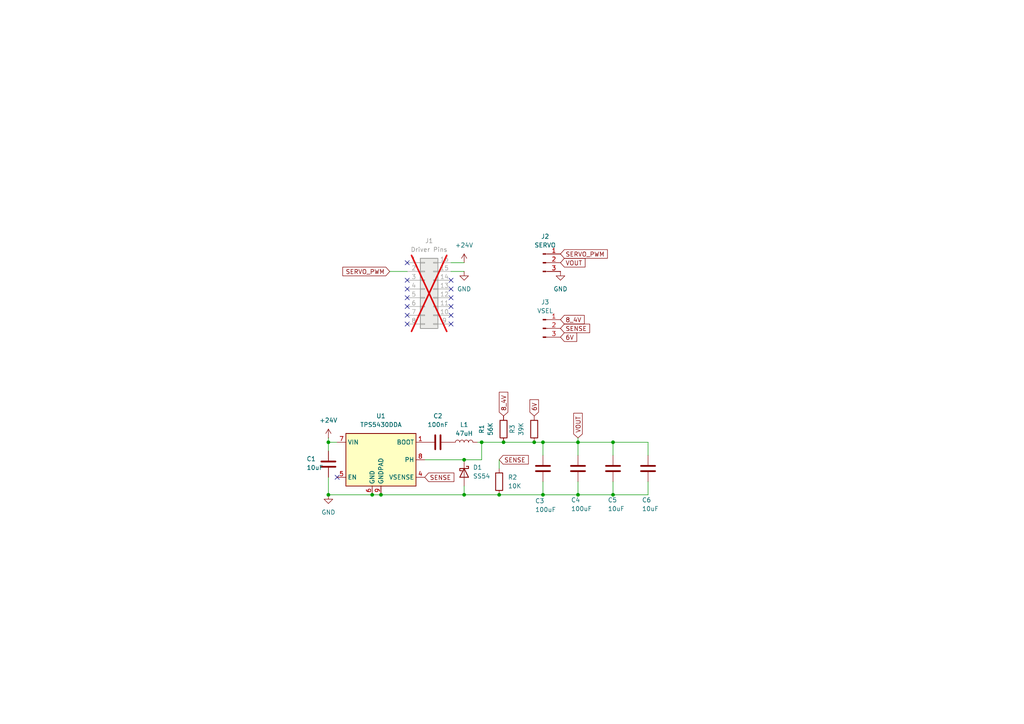
<source format=kicad_sch>
(kicad_sch (version 20231120) (generator "eeschema") (generator_version "8.0")
  (paper "A4")
  (title_block (title "EZ Servo") (comment 1 "creativecommons.org/licenses/by-sa/4.0/") (comment 2 "License: CC BY-SA 4.0") (comment 3 "Author: Michael Smith"))
  (lib_symbols
    (symbol "Connector:Conn_01x03_Pin" (pin_names (offset 1.016) hide)
      (property "Reference" "J" (at 0 5.08 0))
      (property "Value" "Conn_01x03_Pin" (at 0 -5.08 0))
      (symbol "Conn_01x03_Pin_1_1"
        (polyline (pts (xy 1.27 -2.54) (xy 0.8636 -2.54)) (stroke (width 0.1524)))
        (polyline (pts (xy 1.27 0) (xy 0.8636 0)) (stroke (width 0.1524)))
        (polyline (pts (xy 1.27 2.54) (xy 0.8636 2.54)) (stroke (width 0.1524)))
        (rectangle (start 0.8636 -2.413) (end 0 -2.667) (stroke (width 0.1524)) (fill (type outline)))
        (rectangle (start 0.8636 0.127) (end 0 -0.127) (stroke (width 0.1524)) (fill (type outline)))
        (rectangle (start 0.8636 2.667) (end 0 2.413) (stroke (width 0.1524)) (fill (type outline)))
        (pin passive line (at 5.08 2.54 180) (length 3.81) (name "Pin_1") (number "1"))
        (pin passive line (at 5.08 0 180) (length 3.81) (name "Pin_2") (number "2"))
        (pin passive line (at 5.08 -2.54 180) (length 3.81) (name "Pin_3") (number "3"))
      )
    )
    (symbol "Connector_Generic:Conn_02x08_Counter_Clockwise" (pin_names (offset 1.016) hide)
      (property "Reference" "J" (at 1.27 10.16 0))
      (property "Value" "Conn_02x08_Counter_Clockwise" (at 1.27 -12.7 0))
      (symbol "Conn_02x08_Counter_Clockwise_1_1"
        (rectangle (start -1.27 -10.033) (end 0 -10.287) (stroke (width 0.1524)))
        (rectangle (start -1.27 -7.493) (end 0 -7.747) (stroke (width 0.1524)))
        (rectangle (start -1.27 -4.953) (end 0 -5.207) (stroke (width 0.1524)))
        (rectangle (start -1.27 -2.413) (end 0 -2.667) (stroke (width 0.1524)))
        (rectangle (start -1.27 0.127) (end 0 -0.127) (stroke (width 0.1524)))
        (rectangle (start -1.27 2.667) (end 0 2.413) (stroke (width 0.1524)))
        (rectangle (start -1.27 5.207) (end 0 4.953) (stroke (width 0.1524)))
        (rectangle (start -1.27 7.747) (end 0 7.493) (stroke (width 0.1524)))
        (rectangle (start -1.27 8.89) (end 3.81 -11.43) (stroke (width 0.254)) (fill (type background)))
        (rectangle (start 3.81 -10.033) (end 2.54 -10.287) (stroke (width 0.1524)))
        (rectangle (start 3.81 -7.493) (end 2.54 -7.747) (stroke (width 0.1524)))
        (rectangle (start 3.81 -4.953) (end 2.54 -5.207) (stroke (width 0.1524)))
        (rectangle (start 3.81 -2.413) (end 2.54 -2.667) (stroke (width 0.1524)))
        (rectangle (start 3.81 0.127) (end 2.54 -0.127) (stroke (width 0.1524)))
        (rectangle (start 3.81 2.667) (end 2.54 2.413) (stroke (width 0.1524)))
        (rectangle (start 3.81 5.207) (end 2.54 4.953) (stroke (width 0.1524)))
        (rectangle (start 3.81 7.747) (end 2.54 7.493) (stroke (width 0.1524)))
        (pin passive line (at -5.08 7.62 0) (length 3.81) (name "Pin_1") (number "1"))
        (pin passive line (at 7.62 -7.62 180) (length 3.81) (name "Pin_10") (number "10"))
        (pin passive line (at 7.62 -5.08 180) (length 3.81) (name "Pin_11") (number "11"))
        (pin passive line (at 7.62 -2.54 180) (length 3.81) (name "Pin_12") (number "12"))
        (pin passive line (at 7.62 0 180) (length 3.81) (name "Pin_13") (number "13"))
        (pin passive line (at 7.62 2.54 180) (length 3.81) (name "Pin_14") (number "14"))
        (pin passive line (at 7.62 5.08 180) (length 3.81) (name "Pin_15") (number "15"))
        (pin passive line (at 7.62 7.62 180) (length 3.81) (name "Pin_16") (number "16"))
        (pin passive line (at -5.08 5.08 0) (length 3.81) (name "Pin_2") (number "2"))
        (pin passive line (at -5.08 2.54 0) (length 3.81) (name "Pin_3") (number "3"))
        (pin passive line (at -5.08 0 0) (length 3.81) (name "Pin_4") (number "4"))
        (pin passive line (at -5.08 -2.54 0) (length 3.81) (name "Pin_5") (number "5"))
        (pin passive line (at -5.08 -5.08 0) (length 3.81) (name "Pin_6") (number "6"))
        (pin passive line (at -5.08 -7.62 0) (length 3.81) (name "Pin_7") (number "7"))
        (pin passive line (at -5.08 -10.16 0) (length 3.81) (name "Pin_8") (number "8"))
        (pin passive line (at 7.62 -10.16 180) (length 3.81) (name "Pin_9") (number "9"))
      )
    )
    (symbol "Device:C" (pin_numbers hide) (pin_names (offset 0.254))
      (property "Reference" "C" (at 0.635 2.54 0))
      (property "Value" "C" (at 0.635 -2.54 0))
      (symbol "C_0_1"
        (polyline (pts (xy -2.032 -0.762) (xy 2.032 -0.762)) (stroke (width 0.508)))
        (polyline (pts (xy -2.032 0.762) (xy 2.032 0.762)) (stroke (width 0.508)))
      )
      (symbol "C_1_1"
        (pin passive line (at 0 3.81 270) (length 2.794) (name "~") (number "1"))
        (pin passive line (at 0 -3.81 90) (length 2.794) (name "~") (number "2"))
      )
    )
    (symbol "Device:L" (pin_numbers hide) (pin_names (offset 1.016) hide)
      (property "Reference" "L" (at -1.27 0 90))
      (property "Value" "L" (at 1.905 0 90))
      (symbol "L_0_1"
        (arc (start 0 -2.54) (mid 0.6323 -1.905) (end 0 -1.27))
        (arc (start 0 -1.27) (mid 0.6323 -0.635) (end 0 0))
        (arc (start 0 0) (mid 0.6323 0.635) (end 0 1.27))
        (arc (start 0 1.27) (mid 0.6323 1.905) (end 0 2.54))
      )
      (symbol "L_1_1"
        (pin passive line (at 0 3.81 270) (length 1.27) (name "1") (number "1"))
        (pin passive line (at 0 -3.81 90) (length 1.27) (name "2") (number "2"))
      )
    )
    (symbol "Device:R" (pin_numbers hide) (pin_names (offset 0))
      (property "Reference" "R" (at 2.032 0 90))
      (property "Value" "R" (at 0 0 90))
      (symbol "R_0_1"
        (rectangle (start -1.016 -2.54) (end 1.016 2.54) (stroke (width 0.254)))
      )
      (symbol "R_1_1"
        (pin passive line (at 0 3.81 270) (length 1.27) (name "~") (number "1"))
        (pin passive line (at 0 -3.81 90) (length 1.27) (name "~") (number "2"))
      )
    )
    (symbol "Diode:SS210" (pin_numbers hide) (pin_names (offset 1.016) hide)
      (property "Reference" "D" (at 0 2.54 0))
      (property "Value" "SS210" (at 0 -2.54 0))
      (symbol "SS210_0_1"
        (polyline (pts (xy 1.27 0) (xy -1.27 0)))
        (polyline (pts (xy 1.27 1.27) (xy 1.27 -1.27) (xy -1.27 0) (xy 1.27 1.27)) (stroke (width 0.254)))
        (polyline (pts (xy -1.905 0.635) (xy -1.905 1.27) (xy -1.27 1.27) (xy -1.27 -1.27) (xy -0.635 -1.27) (xy -0.635 -0.635)) (stroke (width 0.254)))
      )
      (symbol "SS210_1_1"
        (pin passive line (at -3.81 0 0) (length 2.54) (name "K") (number "1"))
        (pin passive line (at 3.81 0 180) (length 2.54) (name "A") (number "2"))
      )
    )
    (symbol "Regulator_Switching:TPS5430DDA"
      (property "Reference" "U" (at -10.16 8.89 0))
      (property "Value" "TPS5430DDA" (at -1.27 8.89 0))
      (symbol "TPS5430DDA_0_1"
        (rectangle (start -10.16 7.62) (end 10.16 -7.62) (stroke (width 0.254)) (fill (type background)))
      )
      (symbol "TPS5430DDA_1_1"
        (pin input line (at 12.7 5.08 180) (length 2.54) (name "BOOT") (number "1"))
        (pin no_connect line (at -10.16 2.54 0) (length 2.54) hide (name "NC") (number "2"))
        (pin no_connect line (at -10.16 -2.54 0) (length 2.54) hide (name "NC") (number "3"))
        (pin input line (at 12.7 -5.08 180) (length 2.54) (name "VSENSE") (number "4"))
        (pin input line (at -12.7 -5.08 0) (length 2.54) (name "EN") (number "5"))
        (pin power_in line (at -2.54 -10.16 90) (length 2.54) (name "GND") (number "6"))
        (pin power_in line (at -12.7 5.08 0) (length 2.54) (name "VIN") (number "7"))
        (pin output line (at 12.7 0 180) (length 2.54) (name "PH") (number "8"))
        (pin power_in line (at 0 -10.16 90) (length 2.54) (name "GNDPAD") (number "9"))
      )
    )
    (symbol "power:+24V" (power) (pin_numbers hide) (pin_names (offset 0) hide)
      (property "Value" "+24V" (at 0 3.556 0))
      (symbol "+24V_0_1"
        (polyline (pts (xy -0.762 1.27) (xy 0 2.54)))
        (polyline (pts (xy 0 0) (xy 0 2.54)))
        (polyline (pts (xy 0 2.54) (xy 0.762 1.27)))
      )
      (symbol "+24V_1_1"
        (pin power_in line (at 0 0 90) (length 0) (name "~") (number "1"))
      )
    )
    (symbol "power:GND" (power) (pin_numbers hide) (pin_names (offset 0) hide)
      (property "Value" "GND" (at 0 -3.81 0))
      (symbol "GND_0_1"
        (polyline (pts (xy 0 0) (xy 0 -1.27) (xy 1.27 -1.27) (xy 0 -2.54) (xy -1.27 -1.27) (xy 0 -1.27)))
      )
      (symbol "GND_1_1"
        (pin power_in line (at 0 0 270) (length 0) (name "~") (number "1"))
      )
    )
  )
  (junction (at 95.25 143.51))
  (junction (at 167.64 128.27))
  (junction (at 146.05 128.27))
  (junction (at 107.95 143.51))
  (junction (at 139.7 128.27))
  (junction (at 177.8 143.51))
  (junction (at 134.62 143.51))
  (junction (at 144.78 143.51))
  (junction (at 157.48 128.27))
  (junction (at 110.49 143.51))
  (junction (at 134.62 133.35))
  (junction (at 154.94 128.27))
  (junction (at 157.48 143.51))
  (junction (at 167.64 143.51))
  (junction (at 95.25 128.27))
  (junction (at 177.8 128.27))
  (no_connect (at 130.81 83.82))
  (no_connect (at 118.11 83.82))
  (no_connect (at 130.81 93.98))
  (no_connect (at 118.11 88.9))
  (no_connect (at 118.11 86.36))
  (no_connect (at 118.11 76.2))
  (no_connect (at 130.81 81.28))
  (no_connect (at 97.79 138.43))
  (no_connect (at 130.81 91.44))
  (no_connect (at 118.11 81.28))
  (no_connect (at 130.81 86.36))
  (no_connect (at 118.11 91.44))
  (no_connect (at 118.11 93.98))
  (no_connect (at 130.81 88.9))
  (wire (pts (xy 139.7 133.35) (xy 134.62 133.35)))
  (wire (pts (xy 157.48 128.27) (xy 167.64 128.27)))
  (wire (pts (xy 177.8 128.27) (xy 187.96 128.27)))
  (wire (pts (xy 110.49 143.51) (xy 134.62 143.51)))
  (wire (pts (xy 134.62 140.97) (xy 134.62 143.51)))
  (wire (pts (xy 157.48 143.51) (xy 144.78 143.51)))
  (wire (pts (xy 167.64 139.7) (xy 167.64 143.51)))
  (wire (pts (xy 144.78 133.35) (xy 144.78 135.89)))
  (wire (pts (xy 95.25 128.27) (xy 97.79 128.27)))
  (wire (pts (xy 107.95 143.51) (xy 110.49 143.51)))
  (wire (pts (xy 146.05 128.27) (xy 154.94 128.27)))
  (wire (pts (xy 138.43 128.27) (xy 139.7 128.27)))
  (wire (pts (xy 95.25 138.43) (xy 95.25 143.51)))
  (wire (pts (xy 157.48 128.27) (xy 157.48 132.08)))
  (wire (pts (xy 113.03 78.74) (xy 118.11 78.74)))
  (wire (pts (xy 187.96 128.27) (xy 187.96 132.08)))
  (wire (pts (xy 95.25 143.51) (xy 107.95 143.51)))
  (wire (pts (xy 177.8 143.51) (xy 167.64 143.51)))
  (wire (pts (xy 187.96 143.51) (xy 177.8 143.51)))
  (wire (pts (xy 154.94 128.27) (xy 157.48 128.27)))
  (wire (pts (xy 134.62 143.51) (xy 144.78 143.51)))
  (wire (pts (xy 130.81 78.74) (xy 134.62 78.74)))
  (wire (pts (xy 177.8 139.7) (xy 177.8 143.51)))
  (wire (pts (xy 134.62 76.2) (xy 130.81 76.2)))
  (wire (pts (xy 187.96 139.7) (xy 187.96 143.51)))
  (wire (pts (xy 177.8 128.27) (xy 177.8 132.08)))
  (wire (pts (xy 95.25 127) (xy 95.25 128.27)))
  (wire (pts (xy 167.64 128.27) (xy 167.64 132.08)))
  (wire (pts (xy 167.64 128.27) (xy 177.8 128.27)))
  (wire (pts (xy 167.64 127) (xy 167.64 128.27)))
  (wire (pts (xy 157.48 139.7) (xy 157.48 143.51)))
  (wire (pts (xy 123.19 133.35) (xy 134.62 133.35)))
  (wire (pts (xy 95.25 128.27) (xy 95.25 130.81)))
  (wire (pts (xy 167.64 143.51) (xy 157.48 143.51)))
  (wire (pts (xy 139.7 128.27) (xy 146.05 128.27)))
  (wire (pts (xy 139.7 128.27) (xy 139.7 133.35)))
  (global_label "VOUT" (shape input) (at 167.64 127 90) (property "Intersheetrefs" "${INTERSHEET_REFS}" (effects (hide yes))))
  (global_label "SERVO_PWM" (shape input) (at 113.03 78.74 180) (property "Intersheetrefs" "${INTERSHEET_REFS}" (effects (hide yes))))
  (global_label "SENSE" (shape input) (at 123.19 138.43 0) (property "Intersheetrefs" "${INTERSHEET_REFS}" (effects (hide yes))))
  (global_label "6V" (shape input) (at 162.56 97.79 0) (property "Intersheetrefs" "${INTERSHEET_REFS}" (effects (hide yes))))
  (global_label "8_4V" (shape input) (at 162.56 92.71 0) (property "Intersheetrefs" "${INTERSHEET_REFS}" (effects (hide yes))))
  (global_label "SENSE" (shape input) (at 144.78 133.35 0) (property "Intersheetrefs" "${INTERSHEET_REFS}" (effects (hide yes))))
  (global_label "SENSE" (shape input) (at 162.56 95.25 0) (property "Intersheetrefs" "${INTERSHEET_REFS}" (effects (hide yes))))
  (global_label "VOUT" (shape input) (at 162.56 76.2 0) (property "Intersheetrefs" "${INTERSHEET_REFS}" (effects (hide yes))))
  (global_label "6V" (shape input) (at 154.94 120.65 90) (property "Intersheetrefs" "${INTERSHEET_REFS}" (effects (hide yes))))
  (global_label "SERVO_PWM" (shape input) (at 162.56 73.66 0) (property "Intersheetrefs" "${INTERSHEET_REFS}" (effects (hide yes))))
  (global_label "8_4V" (shape input) (at 146.05 120.65 90) (property "Intersheetrefs" "${INTERSHEET_REFS}" (effects (hide yes))))
  (symbol (lib_id "Device:C") (at 157.48 135.89 0) (unit 1)
    (property "Reference" "C3" (at 155.194 145.288 0) (effects (justify left)))
    (property "Value" "100uF" (at 155.194 147.828 0) (effects (justify left)))
    (property "Footprint" "Capacitor_SMD:C_1206_3216Metric" (effects (hide yes)))
    (property "Description" "Unpolarized capacitor" (effects (hide yes)))
  )
  (symbol (lib_id "Regulator_Switching:TPS5430DDA") (at 110.49 133.35 0) (unit 1)
    (property "Reference" "U1" (at 110.49 120.65 0))
    (property "Value" "TPS5430DDA" (at 110.49 123.19 0))
    (property "Footprint" "Package_SO:TI_SO-PowerPAD-8_ThermalVias" (effects (hide yes)))
    (property "Datasheet" "http://www.ti.com/lit/ds/symlink/tps5430.pdf" (effects (hide yes)))
    (property "Description" "3A, Step Down Swift Converter, Adjustable Output Voltage, 5.5-36V Input Voltage, PowerSO-8" (effects (hide yes)))
  )
  (symbol (lib_id "power:GND") (at 95.25 143.51 0) (unit 1)
    (property "Reference" "#PWR04" (effects (hide yes)))
    (property "Value" "GND" (at 95.25 148.59 0))
    (property "Description" "Power symbol creates a global label with name \"GND\" , ground" (effects (hide yes)))
  )
  (symbol (lib_id "Device:L") (at 134.62 128.27 90) (unit 1)
    (property "Reference" "L1" (at 134.62 123.19 90))
    (property "Value" "47uH" (at 134.62 125.73 90))
    (property "Footprint" "Local Library:L_Bourns_SRP7050WA_7.9x7.3mm" (effects (hide yes)))
    (property "Description" "Inductor" (effects (hide yes)))
  )
  (symbol (lib_id "power:+24V") (at 95.25 127 0) (unit 1)
    (property "Reference" "#PWR03" (effects (hide yes)))
    (property "Value" "+24V" (at 95.25 121.92 0))
    (property "Description" "Power symbol creates a global label with name \"+24V\"" (effects (hide yes)))
  )
  (symbol (lib_id "Device:C") (at 95.25 134.62 0) (unit 1)
    (property "Reference" "C1" (at 88.9 133.096 0) (effects (justify left)))
    (property "Value" "10uF" (at 88.9 135.636 0) (effects (justify left)))
    (property "Footprint" "Capacitor_SMD:C_0805_2012Metric" (effects (hide yes)))
    (property "Description" "Unpolarized capacitor" (effects (hide yes)))
  )
  (symbol (lib_id "Device:R") (at 146.05 124.46 180) (unit 1)
    (property "Reference" "R1" (at 139.7 124.46 90))
    (property "Value" "56K" (at 142.24 124.46 90))
    (property "Footprint" "Resistor_SMD:R_0805_2012Metric_Pad1.20x1.40mm_HandSolder" (effects (hide yes)))
    (property "Description" "Resistor" (effects (hide yes)))
  )
  (symbol (lib_id "Connector:Conn_01x03_Pin") (at 157.48 76.2 0) (unit 1)
    (property "Reference" "J2" (at 158.115 68.58 0))
    (property "Value" "SERVO" (at 158.115 71.12 0))
    (property "Footprint" "Connector_PinHeader_2.54mm:PinHeader_1x03_P2.54mm_Vertical" (effects (hide yes)))
    (property "Description" "Generic connector, single row, 01x03, script generated" (effects (hide yes)))
  )
  (symbol (lib_id "Device:C") (at 167.64 135.89 0) (unit 1)
    (property "Reference" "C4" (at 165.608 145.034 0) (effects (justify left)))
    (property "Value" "100uF" (at 165.608 147.574 0) (effects (justify left)))
    (property "Footprint" "Capacitor_SMD:C_1206_3216Metric" (effects (hide yes)))
    (property "Description" "Unpolarized capacitor" (effects (hide yes)))
  )
  (symbol (lib_id "Connector:Conn_01x03_Pin") (at 157.48 95.25 0) (unit 1)
    (property "Reference" "J3" (at 158.115 87.63 0))
    (property "Value" "VSEL" (at 158.115 90.17 0))
    (property "Footprint" "Connector_PinHeader_2.54mm:PinHeader_1x03_P2.54mm_Horizontal" (effects (hide yes)))
    (property "Description" "Generic connector, single row, 01x03, script generated" (effects (hide yes)))
  )
  (symbol (lib_id "Device:R") (at 144.78 139.7 0) (unit 1)
    (property "Reference" "R2" (at 147.32 138.4299 0) (effects (justify left)))
    (property "Value" "10K" (at 147.32 140.9699 0) (effects (justify left)))
    (property "Footprint" "Resistor_SMD:R_0805_2012Metric_Pad1.20x1.40mm_HandSolder" (effects (hide yes)))
    (property "Description" "Resistor" (effects (hide yes)))
  )
  (symbol (lib_id "power:+24V") (at 134.62 76.2 0) (mirror y) (unit 1)
    (property "Reference" "#PWR01" (effects (hide yes)))
    (property "Value" "+24V" (at 134.62 71.12 0))
    (property "Description" "Power symbol creates a global label with name \"+24V\"" (effects (hide yes)))
  )
  (symbol (lib_id "Connector_Generic:Conn_02x08_Counter_Clockwise") (at 123.19 83.82 0) (unit 1) (on_board no) (dnp yes)
    (property "Reference" "J1" (at 124.46 69.85 0))
    (property "Value" "Driver Pins" (at 124.46 72.39 0))
    (property "Description" "Generic connector, double row, 02x08, counter clockwise pin numbering scheme (similar to DIP package numbering), script generated (kicad-library-utils/schlib/autogen/connector/)" (effects (hide yes)))
  )
  (symbol (lib_id "Device:R") (at 154.94 124.46 180) (unit 1)
    (property "Reference" "R3" (at 148.59 124.46 90))
    (property "Value" "39K" (at 151.13 124.46 90))
    (property "Footprint" "Resistor_SMD:R_0805_2012Metric_Pad1.20x1.40mm_HandSolder" (effects (hide yes)))
    (property "Description" "Resistor" (effects (hide yes)))
  )
  (symbol (lib_id "Diode:SS210") (at 134.62 137.16 270) (unit 1)
    (property "Reference" "D1" (at 137.16 135.5724 90) (effects (justify left)))
    (property "Value" "SS54" (at 137.16 138.1124 90) (effects (justify left)))
    (property "Footprint" "Diode_SMD:D_SMA" (effects (hide yes)))
    (property "Datasheet" "https://www.wontop.com/uploadfiles/56/sort_excel/pdf/ss22.pdf" (effects (hide yes)))
    (property "Description" "100V 2A Schottky Diode, SMA" (effects (hide yes)))
  )
  (symbol (lib_id "power:GND") (at 162.56 78.74 0) (unit 1)
    (property "Reference" "#PWR05" (effects (hide yes)))
    (property "Value" "GND" (at 162.56 83.82 0))
    (property "Description" "Power symbol creates a global label with name \"GND\" , ground" (effects (hide yes)))
  )
  (symbol (lib_id "Device:C") (at 177.8 135.89 0) (unit 1)
    (property "Reference" "C5" (at 176.276 145.034 0) (effects (justify left)))
    (property "Value" "10uF" (at 176.276 147.574 0) (effects (justify left)))
    (property "Footprint" "Capacitor_SMD:C_0805_2012Metric" (effects (hide yes)))
    (property "Description" "Unpolarized capacitor" (effects (hide yes)))
  )
  (symbol (lib_id "power:GND") (at 134.62 78.74 0) (unit 1)
    (property "Reference" "#PWR02" (effects (hide yes)))
    (property "Value" "GND" (at 134.62 83.82 0))
    (property "Description" "Power symbol creates a global label with name \"GND\" , ground" (effects (hide yes)))
  )
  (symbol (lib_id "Device:C") (at 127 128.27 90) (unit 1)
    (property "Reference" "C2" (at 127 120.65 90))
    (property "Value" "100nF" (at 127 123.19 90))
    (property "Footprint" "Capacitor_SMD:C_0805_2012Metric" (effects (hide yes)))
    (property "Description" "Unpolarized capacitor" (effects (hide yes)))
  )
  (symbol (lib_id "Device:C") (at 187.96 135.89 0) (unit 1)
    (property "Reference" "C6" (at 186.182 145.034 0) (effects (justify left)))
    (property "Value" "10uF" (at 186.182 147.574 0) (effects (justify left)))
    (property "Footprint" "Capacitor_SMD:C_0805_2012Metric" (effects (hide yes)))
    (property "Description" "Unpolarized capacitor" (effects (hide yes)))
  )
)
</source>
